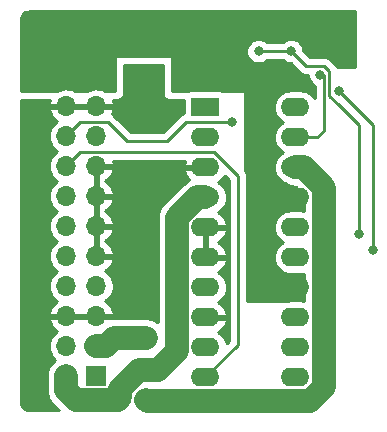
<source format=gbr>
%TF.GenerationSoftware,KiCad,Pcbnew,5.99.0-unknown-ad88874~101~ubuntu20.04.1*%
%TF.CreationDate,2020-05-19T21:35:34-04:00*%
%TF.ProjectId,L6205DIP,4c363230-3544-4495-902e-6b696361645f,rev?*%
%TF.SameCoordinates,Original*%
%TF.FileFunction,Copper,L2,Bot*%
%TF.FilePolarity,Positive*%
%FSLAX46Y46*%
G04 Gerber Fmt 4.6, Leading zero omitted, Abs format (unit mm)*
G04 Created by KiCad (PCBNEW 5.99.0-unknown-ad88874~101~ubuntu20.04.1) date 2020-05-19 21:35:34*
%MOMM*%
%LPD*%
G01*
G04 APERTURE LIST*
%TA.AperFunction,ComponentPad*%
%ADD10R,1.700000X1.700000*%
%TD*%
%TA.AperFunction,ComponentPad*%
%ADD11O,1.700000X1.700000*%
%TD*%
%TA.AperFunction,ComponentPad*%
%ADD12O,2.400000X1.600000*%
%TD*%
%TA.AperFunction,ComponentPad*%
%ADD13R,2.400000X1.600000*%
%TD*%
%TA.AperFunction,ComponentPad*%
%ADD14C,1.500000*%
%TD*%
%TA.AperFunction,ViaPad*%
%ADD15C,0.800000*%
%TD*%
%TA.AperFunction,Conductor*%
%ADD16C,2.000000*%
%TD*%
%TA.AperFunction,Conductor*%
%ADD17C,0.250000*%
%TD*%
%TA.AperFunction,Conductor*%
%ADD18C,0.254000*%
%TD*%
G04 APERTURE END LIST*
D10*
%TO.P,J1,1,Pin_1*%
%TO.N,/M1_B*%
X107000000Y-131500000D03*
D11*
%TO.P,J1,2,Pin_2*%
%TO.N,/M1_A*%
X104460000Y-131500000D03*
%TO.P,J1,3,Pin_3*%
%TO.N,/M2_B*%
X107000000Y-128960000D03*
%TO.P,J1,4,Pin_4*%
%TO.N,/M2_A*%
X104460000Y-128960000D03*
%TO.P,J1,5,Pin_5*%
%TO.N,GND*%
X107000000Y-126420000D03*
%TO.P,J1,6,Pin_6*%
X104460000Y-126420000D03*
%TO.P,J1,7,Pin_7*%
%TO.N,N/C*%
X107000000Y-123880000D03*
%TO.P,J1,8,Pin_8*%
%TO.N,/IN1_A*%
X104460000Y-123880000D03*
%TO.P,J1,9,Pin_9*%
%TO.N,GND*%
X107000000Y-121340000D03*
%TO.P,J1,10,Pin_10*%
%TO.N,/IN2_A*%
X104460000Y-121340000D03*
%TO.P,J1,11,Pin_11*%
%TO.N,GND*%
X107000000Y-118800000D03*
%TO.P,J1,12,Pin_12*%
%TO.N,/ENA_A*%
X104460000Y-118800000D03*
%TO.P,J1,13,Pin_13*%
%TO.N,GND*%
X107000000Y-116260000D03*
%TO.P,J1,14,Pin_14*%
%TO.N,/IN1_B*%
X104460000Y-116260000D03*
%TO.P,J1,15,Pin_15*%
%TO.N,GND*%
X107000000Y-113720000D03*
%TO.P,J1,16,Pin_16*%
%TO.N,/IN2_B*%
X104460000Y-113720000D03*
%TO.P,J1,17,Pin_17*%
%TO.N,GND*%
X107000000Y-111180000D03*
%TO.P,J1,18,Pin_18*%
%TO.N,/ENA_B*%
X104460000Y-111180000D03*
%TO.P,J1,19,Pin_19*%
%TO.N,GND*%
X107000000Y-108640000D03*
%TO.P,J1,20,Pin_20*%
X104460000Y-108640000D03*
%TO.P,J1,21,Pin_21*%
%TO.N,+12V*%
X107000000Y-106100000D03*
%TO.P,J1,22,Pin_22*%
X104460000Y-106100000D03*
%TO.P,J1,23,Pin_23*%
X107000000Y-103560000D03*
%TO.P,J1,24,Pin_24*%
X104460000Y-103560000D03*
%TD*%
D12*
%TO.P,U1,20,EN*%
%TO.N,Net-(C1-Pad1)*%
X123870000Y-108750000D03*
%TO.P,U1,10,IN2*%
%TO.N,/IN2_B*%
X116250000Y-131610000D03*
%TO.P,U1,19,VCP*%
%TO.N,/VCP*%
X123870000Y-111290000D03*
%TO.P,U1,9,IN1*%
%TO.N,/IN1_B*%
X116250000Y-129070000D03*
%TO.P,U1,18,OUT2*%
%TO.N,/M2_A*%
X123870000Y-113830000D03*
%TO.P,U1,8,SNS*%
%TO.N,GND*%
X116250000Y-126530000D03*
%TO.P,U1,17,VS*%
%TO.N,+12V*%
X123870000Y-116370000D03*
%TO.P,U1,7,OUT1*%
%TO.N,/M1_B*%
X116250000Y-123990000D03*
%TO.P,U1,16,GND*%
%TO.N,GND*%
X123870000Y-118910000D03*
%TO.P,U1,6,GND*%
X116250000Y-121450000D03*
%TO.P,U1,15,GND*%
X123870000Y-121450000D03*
%TO.P,U1,5,GND*%
X116250000Y-118910000D03*
%TO.P,U1,14,VS*%
%TO.N,+12V*%
X123870000Y-123990000D03*
%TO.P,U1,4,OUT1*%
%TO.N,/M1_A*%
X116250000Y-116370000D03*
%TO.P,U1,13,OUT2*%
%TO.N,/M2_B*%
X123870000Y-126530000D03*
%TO.P,U1,3,SNS*%
%TO.N,GND*%
X116250000Y-113830000D03*
%TO.P,U1,12,VBOOT*%
%TO.N,/VBOOT*%
X123870000Y-129070000D03*
%TO.P,U1,2,IN2*%
%TO.N,/IN2_A*%
X116250000Y-111290000D03*
%TO.P,U1,11,EN*%
%TO.N,Net-(C2-Pad1)*%
X123870000Y-131610000D03*
D13*
%TO.P,U1,1,IN1*%
%TO.N,/IN1_A*%
X116250000Y-108750000D03*
%TD*%
D14*
%TO.P,M1,1,Pin_1*%
%TO.N,/M2_A*%
X111250000Y-133500000D03*
%TD*%
%TO.P,M2,1,Pin_1*%
%TO.N,/M2_B*%
X111250000Y-128250000D03*
%TD*%
D15*
%TO.N,/ENA_B*%
X130434314Y-120815686D03*
X127592157Y-107407843D03*
%TO.N,/VBOOT*%
X120750000Y-104000000D03*
X123500000Y-104000000D03*
%TO.N,GND*%
X112250000Y-106000000D03*
X109750000Y-106000000D03*
X111000000Y-110400000D03*
%TO.N,/VCP*%
X125987500Y-106000000D03*
%TO.N,/VBOOT*%
X129250000Y-119500000D03*
%TO.N,/ENA_B*%
X118500000Y-110000000D03*
%TO.N,+12V*%
X127000000Y-101250000D03*
X127000000Y-103000000D03*
%TD*%
D16*
%TO.N,/M2_B*%
X107000000Y-128960000D02*
X107790000Y-128960000D01*
X107790000Y-128960000D02*
X108500000Y-128250000D01*
X108500000Y-128250000D02*
X111250000Y-128250000D01*
%TO.N,/M1_A*%
X113849990Y-127900010D02*
X113849990Y-118081569D01*
X113849990Y-129400010D02*
X112250000Y-131000000D01*
X113849990Y-127900010D02*
X113849990Y-129400010D01*
X113849990Y-118081569D02*
X115561559Y-116370000D01*
X115561559Y-116370000D02*
X116250000Y-116370000D01*
X110638718Y-131000000D02*
X112250000Y-131000000D01*
X106699999Y-133550001D02*
X108810001Y-133550001D01*
X105307920Y-133550001D02*
X106699999Y-133550001D01*
X108810001Y-133550001D02*
X109049992Y-133310010D01*
X109049992Y-132588726D02*
X110638718Y-131000000D01*
X109049992Y-133310010D02*
X109049992Y-132588726D01*
D17*
%TO.N,/ENA_B*%
X130434314Y-110250000D02*
X130434314Y-120815686D01*
X127592157Y-107407843D02*
X130434314Y-110250000D01*
%TO.N,/VBOOT*%
X127500000Y-108500000D02*
X126750000Y-107750000D01*
X129250000Y-119500000D02*
X129250000Y-110250000D01*
X129250000Y-110250000D02*
X127500000Y-108500000D01*
X126750000Y-107750000D02*
X126750000Y-105689498D01*
X126250000Y-105250000D02*
X124750000Y-105250000D01*
X126750000Y-105689498D02*
X126310502Y-105250000D01*
X126310502Y-105250000D02*
X126250000Y-105250000D01*
X123500000Y-104000000D02*
X120750000Y-104000000D01*
X124750000Y-105250000D02*
X123500000Y-104000000D01*
%TO.N,/ENA_B*%
X114595001Y-110004999D02*
X113000000Y-111600000D01*
X109590002Y-111600000D02*
X107995001Y-110004999D01*
X115804999Y-110004999D02*
X118495001Y-110004999D01*
X105635001Y-110004999D02*
X107995001Y-110004999D01*
X115804999Y-110004999D02*
X114595001Y-110004999D01*
X113000000Y-111600000D02*
X109590002Y-111600000D01*
%TO.N,/IN2_B*%
X117205502Y-112794498D02*
X119000000Y-114588996D01*
X117115994Y-112704990D02*
X117205502Y-112794498D01*
X117205502Y-112794498D02*
X116956003Y-112544999D01*
X116956003Y-112544999D02*
X105635001Y-112544999D01*
X105635001Y-112544999D02*
X104460000Y-113720000D01*
%TO.N,/VCP*%
X126250000Y-106000000D02*
X126250000Y-107000000D01*
%TO.N,/ENA_B*%
X118495001Y-110004999D02*
X118500000Y-110000000D01*
X104460000Y-111180000D02*
X105635001Y-110004999D01*
%TO.N,/VCP*%
X125710000Y-111290000D02*
X126250000Y-110750000D01*
X123870000Y-111290000D02*
X125710000Y-111290000D01*
X126250000Y-110750000D02*
X126250000Y-107000000D01*
%TO.N,/IN2_B*%
X119000000Y-114588996D02*
X119000000Y-128860000D01*
X119000000Y-128860000D02*
X116250000Y-131610000D01*
D16*
%TO.N,/M2_A*%
X111361288Y-133611288D02*
X111250000Y-133500000D01*
X114111288Y-133611288D02*
X111361288Y-133611288D01*
X125097153Y-133611288D02*
X114111288Y-133611288D01*
X126270010Y-132438431D02*
X125097153Y-133611288D01*
X126270010Y-115541569D02*
X126270010Y-132438431D01*
X124558441Y-113830000D02*
X126270010Y-115541569D01*
X123870000Y-113830000D02*
X124558441Y-113830000D01*
%TO.N,/M1_A*%
X105307920Y-133550001D02*
X104460000Y-132702081D01*
X104460000Y-132702081D02*
X104460000Y-131500000D01*
%TD*%
%TO.N,GND*%
G36*
X112616000Y-107506754D02*
G01*
X112617444Y-107520184D01*
X112667183Y-107748832D01*
X112675813Y-107769666D01*
X112764953Y-107908371D01*
X112776756Y-107921992D01*
X112899652Y-108028483D01*
X112914815Y-108038227D01*
X113062735Y-108105779D01*
X113080028Y-108110857D01*
X113236522Y-108133358D01*
X113245500Y-108134000D01*
X114408163Y-108134000D01*
X114408163Y-109264105D01*
X114366824Y-109270652D01*
X114347963Y-109276781D01*
X114302880Y-109299752D01*
X114254755Y-109315389D01*
X114237083Y-109324393D01*
X114196145Y-109354137D01*
X114151067Y-109377105D01*
X114135022Y-109388762D01*
X114092230Y-109431555D01*
X112684786Y-110839000D01*
X109905217Y-110839000D01*
X108611413Y-109545197D01*
X108611408Y-109545190D01*
X108454981Y-109388763D01*
X108438935Y-109377105D01*
X108393848Y-109354132D01*
X108352917Y-109324393D01*
X108335245Y-109315388D01*
X108325784Y-109312314D01*
X108343256Y-109282294D01*
X108347825Y-109272650D01*
X108432272Y-109046787D01*
X108435151Y-109036511D01*
X108468943Y-108859370D01*
X108393356Y-108768000D01*
X107201809Y-108767999D01*
X107128000Y-108841808D01*
X107127999Y-109243999D01*
X106872001Y-109243999D01*
X106872001Y-108841809D01*
X106798192Y-108768000D01*
X105805809Y-108767999D01*
X105805808Y-108768000D01*
X104661808Y-108767999D01*
X104661807Y-108768000D01*
X103062272Y-108767999D01*
X102986602Y-108864852D01*
X103049221Y-109116005D01*
X103052669Y-109126104D01*
X103149591Y-109346900D01*
X103154692Y-109356275D01*
X103287430Y-109557584D01*
X103294038Y-109565965D01*
X103458798Y-109742032D01*
X103466722Y-109749180D01*
X103658792Y-109894968D01*
X103667808Y-109900679D01*
X103684166Y-109909194D01*
X103683032Y-109909882D01*
X103488199Y-110051957D01*
X103480138Y-110058952D01*
X103312029Y-110231822D01*
X103305263Y-110240074D01*
X103168683Y-110438798D01*
X103163403Y-110448073D01*
X103062260Y-110666968D01*
X103058618Y-110677000D01*
X102995802Y-110909807D01*
X102993903Y-110920309D01*
X102971211Y-111160372D01*
X102971109Y-111171043D01*
X102989188Y-111411497D01*
X102990885Y-111422034D01*
X103049221Y-111656005D01*
X103052669Y-111666104D01*
X103149591Y-111886900D01*
X103154692Y-111896275D01*
X103287430Y-112097584D01*
X103294038Y-112105965D01*
X103458798Y-112282032D01*
X103466722Y-112289180D01*
X103658792Y-112434968D01*
X103667808Y-112440679D01*
X103684166Y-112449194D01*
X103683032Y-112449882D01*
X103488199Y-112591957D01*
X103480138Y-112598952D01*
X103312029Y-112771822D01*
X103305263Y-112780074D01*
X103168683Y-112978798D01*
X103163403Y-112988073D01*
X103062260Y-113206968D01*
X103058618Y-113217000D01*
X102995802Y-113449807D01*
X102993903Y-113460309D01*
X102971211Y-113700372D01*
X102971109Y-113711043D01*
X102989188Y-113951497D01*
X102990885Y-113962034D01*
X103049221Y-114196005D01*
X103052669Y-114206104D01*
X103149591Y-114426900D01*
X103154692Y-114436275D01*
X103287430Y-114637584D01*
X103294038Y-114645965D01*
X103458798Y-114822032D01*
X103466722Y-114829180D01*
X103658792Y-114974968D01*
X103667808Y-114980679D01*
X103684166Y-114989194D01*
X103683032Y-114989882D01*
X103488199Y-115131957D01*
X103480138Y-115138952D01*
X103312029Y-115311822D01*
X103305263Y-115320074D01*
X103168683Y-115518798D01*
X103163403Y-115528073D01*
X103062260Y-115746968D01*
X103058618Y-115757000D01*
X102995802Y-115989807D01*
X102993903Y-116000309D01*
X102971211Y-116240372D01*
X102971109Y-116251043D01*
X102989188Y-116491497D01*
X102990885Y-116502034D01*
X103049221Y-116736005D01*
X103052669Y-116746104D01*
X103149591Y-116966900D01*
X103154692Y-116976275D01*
X103287430Y-117177584D01*
X103294038Y-117185965D01*
X103458798Y-117362032D01*
X103466722Y-117369180D01*
X103658792Y-117514968D01*
X103667808Y-117520679D01*
X103684166Y-117529194D01*
X103683032Y-117529882D01*
X103488199Y-117671957D01*
X103480138Y-117678952D01*
X103312029Y-117851822D01*
X103305263Y-117860074D01*
X103168683Y-118058798D01*
X103163403Y-118068073D01*
X103062260Y-118286968D01*
X103058618Y-118297000D01*
X102995802Y-118529807D01*
X102993903Y-118540309D01*
X102971211Y-118780372D01*
X102971109Y-118791043D01*
X102989188Y-119031497D01*
X102990885Y-119042034D01*
X103049221Y-119276005D01*
X103052669Y-119286104D01*
X103149591Y-119506900D01*
X103154692Y-119516275D01*
X103287430Y-119717584D01*
X103294038Y-119725965D01*
X103458798Y-119902032D01*
X103466722Y-119909180D01*
X103658792Y-120054968D01*
X103667808Y-120060679D01*
X103684166Y-120069194D01*
X103683032Y-120069882D01*
X103488199Y-120211957D01*
X103480138Y-120218952D01*
X103312029Y-120391822D01*
X103305263Y-120400074D01*
X103168683Y-120598798D01*
X103163403Y-120608073D01*
X103062260Y-120826968D01*
X103058618Y-120837000D01*
X102995802Y-121069807D01*
X102993903Y-121080309D01*
X102971211Y-121320372D01*
X102971109Y-121331043D01*
X102989188Y-121571497D01*
X102990885Y-121582034D01*
X103049221Y-121816005D01*
X103052669Y-121826104D01*
X103149591Y-122046900D01*
X103154692Y-122056275D01*
X103287430Y-122257584D01*
X103294038Y-122265965D01*
X103458798Y-122442032D01*
X103466722Y-122449180D01*
X103658792Y-122594968D01*
X103667808Y-122600679D01*
X103684166Y-122609194D01*
X103683032Y-122609882D01*
X103488199Y-122751957D01*
X103480138Y-122758952D01*
X103312029Y-122931822D01*
X103305263Y-122940074D01*
X103168683Y-123138798D01*
X103163403Y-123148073D01*
X103062260Y-123366968D01*
X103058618Y-123377000D01*
X102995802Y-123609807D01*
X102993903Y-123620309D01*
X102971211Y-123860372D01*
X102971109Y-123871043D01*
X102989188Y-124111497D01*
X102990885Y-124122034D01*
X103049221Y-124356005D01*
X103052669Y-124366104D01*
X103149591Y-124586900D01*
X103154692Y-124596275D01*
X103287430Y-124797584D01*
X103294038Y-124805965D01*
X103458798Y-124982032D01*
X103466722Y-124989180D01*
X103658792Y-125134968D01*
X103667808Y-125140679D01*
X103684166Y-125149194D01*
X103683032Y-125149882D01*
X103488199Y-125291957D01*
X103480138Y-125298952D01*
X103312029Y-125471822D01*
X103305263Y-125480074D01*
X103168683Y-125678798D01*
X103163403Y-125688073D01*
X103062260Y-125906968D01*
X103058619Y-125917000D01*
X102984085Y-126193233D01*
X103059734Y-126292000D01*
X104258192Y-126292001D01*
X104258193Y-126292000D01*
X105654191Y-126292001D01*
X105654192Y-126292000D01*
X106798192Y-126292001D01*
X106798193Y-126292000D01*
X108392863Y-126292001D01*
X108468373Y-126202488D01*
X108442499Y-126051114D01*
X108439817Y-126040784D01*
X108359723Y-125813343D01*
X108355339Y-125803612D01*
X108238067Y-125592916D01*
X108232107Y-125584064D01*
X108081013Y-125396140D01*
X108073647Y-125388417D01*
X107893049Y-125228638D01*
X107884486Y-125222267D01*
X107767888Y-125149973D01*
X107861330Y-125094491D01*
X107870012Y-125088286D01*
X108053645Y-124932004D01*
X108061158Y-124924424D01*
X108215833Y-124739435D01*
X108221962Y-124730698D01*
X108343256Y-124522294D01*
X108347825Y-124512650D01*
X108432272Y-124286787D01*
X108435151Y-124276511D01*
X108480392Y-124039351D01*
X108481507Y-124028128D01*
X108484077Y-123760341D01*
X108483178Y-123749099D01*
X108442499Y-123511114D01*
X108439817Y-123500784D01*
X108359723Y-123273343D01*
X108355339Y-123263612D01*
X108238067Y-123052916D01*
X108232107Y-123044064D01*
X108081013Y-122856140D01*
X108073647Y-122848417D01*
X107893049Y-122688638D01*
X107884486Y-122682267D01*
X107767888Y-122609973D01*
X107861330Y-122554491D01*
X107870012Y-122548286D01*
X108053645Y-122392004D01*
X108061158Y-122384424D01*
X108215833Y-122199435D01*
X108221962Y-122190698D01*
X108343256Y-121982294D01*
X108347825Y-121972650D01*
X108432272Y-121746787D01*
X108435151Y-121736511D01*
X108468943Y-121559370D01*
X108393356Y-121468000D01*
X107201808Y-121467999D01*
X107201807Y-121468000D01*
X106872000Y-121467999D01*
X106872001Y-120145809D01*
X106872000Y-120145808D01*
X106872000Y-119994191D01*
X107127999Y-119994191D01*
X107128000Y-119994192D01*
X107127999Y-121138191D01*
X107201808Y-121212000D01*
X108392863Y-121212001D01*
X108468373Y-121122488D01*
X108442499Y-120971114D01*
X108439817Y-120960784D01*
X108359723Y-120733343D01*
X108355339Y-120723612D01*
X108238067Y-120512916D01*
X108232107Y-120504064D01*
X108081013Y-120316140D01*
X108073647Y-120308417D01*
X107893049Y-120148638D01*
X107884486Y-120142267D01*
X107767888Y-120069973D01*
X107861330Y-120014491D01*
X107870012Y-120008286D01*
X108053645Y-119852004D01*
X108061158Y-119844424D01*
X108215833Y-119659435D01*
X108221962Y-119650698D01*
X108343256Y-119442294D01*
X108347825Y-119432650D01*
X108432272Y-119206787D01*
X108435151Y-119196511D01*
X108468943Y-119019370D01*
X108393356Y-118928000D01*
X107201809Y-118927999D01*
X107128000Y-119001808D01*
X107127999Y-119994191D01*
X106872000Y-119994191D01*
X106872001Y-119001808D01*
X106872000Y-119001807D01*
X106872001Y-117605809D01*
X106872000Y-117605808D01*
X106872000Y-117454191D01*
X107127999Y-117454191D01*
X107128000Y-117454192D01*
X107127999Y-118598191D01*
X107201808Y-118672000D01*
X108392863Y-118672001D01*
X108468373Y-118582488D01*
X108442499Y-118431114D01*
X108439817Y-118420784D01*
X108359723Y-118193343D01*
X108355339Y-118183612D01*
X108238067Y-117972916D01*
X108232107Y-117964064D01*
X108081013Y-117776140D01*
X108073647Y-117768417D01*
X107893049Y-117608638D01*
X107884486Y-117602267D01*
X107767888Y-117529973D01*
X107861330Y-117474491D01*
X107870012Y-117468286D01*
X108053645Y-117312004D01*
X108061158Y-117304424D01*
X108215833Y-117119435D01*
X108221962Y-117110698D01*
X108343256Y-116902294D01*
X108347825Y-116892650D01*
X108432272Y-116666787D01*
X108435151Y-116656511D01*
X108468943Y-116479370D01*
X108393356Y-116388000D01*
X107201809Y-116387999D01*
X107128000Y-116461808D01*
X107127999Y-117454191D01*
X106872000Y-117454191D01*
X106872001Y-116461808D01*
X106872000Y-116461807D01*
X106872001Y-115065809D01*
X106872000Y-115065808D01*
X106872000Y-114914191D01*
X107127999Y-114914191D01*
X107128000Y-114914192D01*
X107127999Y-116058191D01*
X107201808Y-116132000D01*
X108392863Y-116132001D01*
X108468373Y-116042488D01*
X108442499Y-115891114D01*
X108439817Y-115880784D01*
X108359723Y-115653343D01*
X108355339Y-115643612D01*
X108238067Y-115432916D01*
X108232107Y-115424064D01*
X108081013Y-115236140D01*
X108073647Y-115228417D01*
X107893049Y-115068638D01*
X107884486Y-115062267D01*
X107767888Y-114989973D01*
X107861330Y-114934491D01*
X107870012Y-114928286D01*
X108053645Y-114772004D01*
X108061158Y-114764424D01*
X108215833Y-114579435D01*
X108221962Y-114570698D01*
X108343256Y-114362294D01*
X108347825Y-114352650D01*
X108432272Y-114126787D01*
X108435151Y-114116511D01*
X108468943Y-113939370D01*
X108393356Y-113848000D01*
X107201809Y-113847999D01*
X107128000Y-113921808D01*
X107127999Y-114914191D01*
X106872000Y-114914191D01*
X106872001Y-113921808D01*
X106872000Y-113921807D01*
X106872001Y-113305999D01*
X107127999Y-113305999D01*
X107127999Y-113518191D01*
X107201808Y-113592000D01*
X108392863Y-113592001D01*
X108468373Y-113502488D01*
X108442499Y-113351114D01*
X108439817Y-113340784D01*
X108427567Y-113305999D01*
X114512102Y-113305999D01*
X114499667Y-113332665D01*
X114495904Y-113343004D01*
X114426129Y-113603408D01*
X114501782Y-113702000D01*
X116378000Y-113702000D01*
X116378000Y-113958000D01*
X114501782Y-113958000D01*
X114426129Y-114056592D01*
X114495904Y-114316996D01*
X114499667Y-114327335D01*
X114601042Y-114544734D01*
X114606543Y-114554262D01*
X114744129Y-114750755D01*
X114751202Y-114759183D01*
X114874420Y-114882401D01*
X114801042Y-114921417D01*
X114671521Y-114988555D01*
X114660835Y-114995548D01*
X114659333Y-114996765D01*
X114657306Y-114997842D01*
X114647037Y-115004665D01*
X114408002Y-115199616D01*
X114399256Y-115208300D01*
X114349684Y-115268223D01*
X112756242Y-116861665D01*
X112704633Y-116903160D01*
X112695828Y-116911783D01*
X112642132Y-116975774D01*
X112638298Y-116979608D01*
X112634161Y-116984171D01*
X112591121Y-117036569D01*
X112497558Y-117148070D01*
X112490595Y-117158240D01*
X112489412Y-117160392D01*
X112487856Y-117162286D01*
X112481001Y-117172527D01*
X112412230Y-117300784D01*
X112341998Y-117428538D01*
X112337143Y-117439864D01*
X112336399Y-117442209D01*
X112335241Y-117444369D01*
X112330506Y-117455745D01*
X112287950Y-117594942D01*
X112243810Y-117734089D01*
X112241199Y-117746588D01*
X112240996Y-117748519D01*
X112240325Y-117750714D01*
X112237888Y-117762797D01*
X112206715Y-118069670D01*
X112206672Y-118081995D01*
X112213991Y-118159421D01*
X112213990Y-126923152D01*
X112183499Y-126897567D01*
X112173329Y-126890604D01*
X111903031Y-126742007D01*
X111891702Y-126737151D01*
X111597480Y-126643819D01*
X111584985Y-126641208D01*
X111329401Y-126614345D01*
X111322811Y-126614000D01*
X108589201Y-126614000D01*
X108523371Y-126606848D01*
X108511046Y-126606719D01*
X108446597Y-126612357D01*
X108393356Y-126548000D01*
X107201808Y-126547999D01*
X107201807Y-126548000D01*
X105805809Y-126547999D01*
X105805808Y-126548000D01*
X104661808Y-126547999D01*
X104661807Y-126548000D01*
X103062272Y-126547999D01*
X102986602Y-126644852D01*
X103049221Y-126896005D01*
X103052669Y-126906104D01*
X103149591Y-127126900D01*
X103154692Y-127136275D01*
X103287430Y-127337584D01*
X103294038Y-127345965D01*
X103458798Y-127522032D01*
X103466722Y-127529180D01*
X103658792Y-127674968D01*
X103667808Y-127680679D01*
X103684166Y-127689194D01*
X103683032Y-127689882D01*
X103488199Y-127831957D01*
X103480138Y-127838952D01*
X103312029Y-128011822D01*
X103305263Y-128020074D01*
X103168683Y-128218798D01*
X103163403Y-128228073D01*
X103062260Y-128446968D01*
X103058618Y-128457000D01*
X102995802Y-128689807D01*
X102993903Y-128700309D01*
X102971211Y-128940372D01*
X102971109Y-128951043D01*
X102989188Y-129191497D01*
X102990885Y-129202034D01*
X103049221Y-129436005D01*
X103052669Y-129446104D01*
X103149591Y-129666900D01*
X103154692Y-129676275D01*
X103287430Y-129877584D01*
X103294038Y-129885965D01*
X103458798Y-130062032D01*
X103466722Y-130069180D01*
X103549979Y-130132375D01*
X103314643Y-130321591D01*
X103305838Y-130330214D01*
X103107568Y-130566501D01*
X103100605Y-130576671D01*
X102952007Y-130846969D01*
X102947151Y-130858297D01*
X102853819Y-131152520D01*
X102851208Y-131165015D01*
X102824345Y-131420599D01*
X102824000Y-131427189D01*
X102824000Y-132612887D01*
X102816849Y-132678711D01*
X102816720Y-132691034D01*
X102824000Y-132774249D01*
X102824000Y-132779671D01*
X102824301Y-132785823D01*
X102830908Y-132853214D01*
X102843603Y-132998313D01*
X102845871Y-133010430D01*
X102846554Y-133012781D01*
X102846793Y-133015218D01*
X102849187Y-133027310D01*
X102891265Y-133166676D01*
X102931925Y-133306631D01*
X102936502Y-133318074D01*
X102937634Y-133320258D01*
X102938341Y-133322599D01*
X102943037Y-133333993D01*
X103011417Y-133462597D01*
X103078555Y-133592118D01*
X103085548Y-133602804D01*
X103086765Y-133604306D01*
X103087842Y-133606333D01*
X103094665Y-133616602D01*
X103289616Y-133855638D01*
X103298300Y-133864383D01*
X103358222Y-133913955D01*
X103810266Y-134366000D01*
X101327735Y-134366000D01*
X101327699Y-134365991D01*
X101318477Y-134364415D01*
X101307389Y-134363359D01*
X101307011Y-134363324D01*
X101142292Y-134348624D01*
X101037988Y-134320088D01*
X100940383Y-134273534D01*
X100852566Y-134210431D01*
X100777313Y-134132775D01*
X100716997Y-134043016D01*
X100673534Y-133944005D01*
X100647110Y-133833940D01*
X100637179Y-133698712D01*
X100635889Y-133689840D01*
X100634000Y-133681213D01*
X100634000Y-108134000D01*
X103059708Y-108134000D01*
X103058619Y-108137000D01*
X102984085Y-108413233D01*
X103059734Y-108512000D01*
X104258192Y-108512001D01*
X104258193Y-108512000D01*
X105654191Y-108512001D01*
X105654192Y-108512000D01*
X106798192Y-108512001D01*
X106798193Y-108512000D01*
X108392863Y-108512001D01*
X108468373Y-108422488D01*
X108442499Y-108271114D01*
X108439817Y-108260784D01*
X108395170Y-108134000D01*
X108756754Y-108134000D01*
X108770184Y-108132556D01*
X108998832Y-108082817D01*
X109019666Y-108074187D01*
X109158371Y-107985047D01*
X109171992Y-107973244D01*
X109278483Y-107850348D01*
X109288227Y-107835185D01*
X109355779Y-107687265D01*
X109360857Y-107669972D01*
X109383358Y-107513478D01*
X109384000Y-107504500D01*
X109384000Y-105134000D01*
X112616000Y-105134000D01*
X112616000Y-107506754D01*
G37*
D18*
X112616000Y-107506754D02*
X112617444Y-107520184D01*
X112667183Y-107748832D01*
X112675813Y-107769666D01*
X112764953Y-107908371D01*
X112776756Y-107921992D01*
X112899652Y-108028483D01*
X112914815Y-108038227D01*
X113062735Y-108105779D01*
X113080028Y-108110857D01*
X113236522Y-108133358D01*
X113245500Y-108134000D01*
X114408163Y-108134000D01*
X114408163Y-109264105D01*
X114366824Y-109270652D01*
X114347963Y-109276781D01*
X114302880Y-109299752D01*
X114254755Y-109315389D01*
X114237083Y-109324393D01*
X114196145Y-109354137D01*
X114151067Y-109377105D01*
X114135022Y-109388762D01*
X114092230Y-109431555D01*
X112684786Y-110839000D01*
X109905217Y-110839000D01*
X108611413Y-109545197D01*
X108611408Y-109545190D01*
X108454981Y-109388763D01*
X108438935Y-109377105D01*
X108393848Y-109354132D01*
X108352917Y-109324393D01*
X108335245Y-109315388D01*
X108325784Y-109312314D01*
X108343256Y-109282294D01*
X108347825Y-109272650D01*
X108432272Y-109046787D01*
X108435151Y-109036511D01*
X108468943Y-108859370D01*
X108393356Y-108768000D01*
X107201809Y-108767999D01*
X107128000Y-108841808D01*
X107127999Y-109243999D01*
X106872001Y-109243999D01*
X106872001Y-108841809D01*
X106798192Y-108768000D01*
X105805809Y-108767999D01*
X105805808Y-108768000D01*
X104661808Y-108767999D01*
X104661807Y-108768000D01*
X103062272Y-108767999D01*
X102986602Y-108864852D01*
X103049221Y-109116005D01*
X103052669Y-109126104D01*
X103149591Y-109346900D01*
X103154692Y-109356275D01*
X103287430Y-109557584D01*
X103294038Y-109565965D01*
X103458798Y-109742032D01*
X103466722Y-109749180D01*
X103658792Y-109894968D01*
X103667808Y-109900679D01*
X103684166Y-109909194D01*
X103683032Y-109909882D01*
X103488199Y-110051957D01*
X103480138Y-110058952D01*
X103312029Y-110231822D01*
X103305263Y-110240074D01*
X103168683Y-110438798D01*
X103163403Y-110448073D01*
X103062260Y-110666968D01*
X103058618Y-110677000D01*
X102995802Y-110909807D01*
X102993903Y-110920309D01*
X102971211Y-111160372D01*
X102971109Y-111171043D01*
X102989188Y-111411497D01*
X102990885Y-111422034D01*
X103049221Y-111656005D01*
X103052669Y-111666104D01*
X103149591Y-111886900D01*
X103154692Y-111896275D01*
X103287430Y-112097584D01*
X103294038Y-112105965D01*
X103458798Y-112282032D01*
X103466722Y-112289180D01*
X103658792Y-112434968D01*
X103667808Y-112440679D01*
X103684166Y-112449194D01*
X103683032Y-112449882D01*
X103488199Y-112591957D01*
X103480138Y-112598952D01*
X103312029Y-112771822D01*
X103305263Y-112780074D01*
X103168683Y-112978798D01*
X103163403Y-112988073D01*
X103062260Y-113206968D01*
X103058618Y-113217000D01*
X102995802Y-113449807D01*
X102993903Y-113460309D01*
X102971211Y-113700372D01*
X102971109Y-113711043D01*
X102989188Y-113951497D01*
X102990885Y-113962034D01*
X103049221Y-114196005D01*
X103052669Y-114206104D01*
X103149591Y-114426900D01*
X103154692Y-114436275D01*
X103287430Y-114637584D01*
X103294038Y-114645965D01*
X103458798Y-114822032D01*
X103466722Y-114829180D01*
X103658792Y-114974968D01*
X103667808Y-114980679D01*
X103684166Y-114989194D01*
X103683032Y-114989882D01*
X103488199Y-115131957D01*
X103480138Y-115138952D01*
X103312029Y-115311822D01*
X103305263Y-115320074D01*
X103168683Y-115518798D01*
X103163403Y-115528073D01*
X103062260Y-115746968D01*
X103058618Y-115757000D01*
X102995802Y-115989807D01*
X102993903Y-116000309D01*
X102971211Y-116240372D01*
X102971109Y-116251043D01*
X102989188Y-116491497D01*
X102990885Y-116502034D01*
X103049221Y-116736005D01*
X103052669Y-116746104D01*
X103149591Y-116966900D01*
X103154692Y-116976275D01*
X103287430Y-117177584D01*
X103294038Y-117185965D01*
X103458798Y-117362032D01*
X103466722Y-117369180D01*
X103658792Y-117514968D01*
X103667808Y-117520679D01*
X103684166Y-117529194D01*
X103683032Y-117529882D01*
X103488199Y-117671957D01*
X103480138Y-117678952D01*
X103312029Y-117851822D01*
X103305263Y-117860074D01*
X103168683Y-118058798D01*
X103163403Y-118068073D01*
X103062260Y-118286968D01*
X103058618Y-118297000D01*
X102995802Y-118529807D01*
X102993903Y-118540309D01*
X102971211Y-118780372D01*
X102971109Y-118791043D01*
X102989188Y-119031497D01*
X102990885Y-119042034D01*
X103049221Y-119276005D01*
X103052669Y-119286104D01*
X103149591Y-119506900D01*
X103154692Y-119516275D01*
X103287430Y-119717584D01*
X103294038Y-119725965D01*
X103458798Y-119902032D01*
X103466722Y-119909180D01*
X103658792Y-120054968D01*
X103667808Y-120060679D01*
X103684166Y-120069194D01*
X103683032Y-120069882D01*
X103488199Y-120211957D01*
X103480138Y-120218952D01*
X103312029Y-120391822D01*
X103305263Y-120400074D01*
X103168683Y-120598798D01*
X103163403Y-120608073D01*
X103062260Y-120826968D01*
X103058618Y-120837000D01*
X102995802Y-121069807D01*
X102993903Y-121080309D01*
X102971211Y-121320372D01*
X102971109Y-121331043D01*
X102989188Y-121571497D01*
X102990885Y-121582034D01*
X103049221Y-121816005D01*
X103052669Y-121826104D01*
X103149591Y-122046900D01*
X103154692Y-122056275D01*
X103287430Y-122257584D01*
X103294038Y-122265965D01*
X103458798Y-122442032D01*
X103466722Y-122449180D01*
X103658792Y-122594968D01*
X103667808Y-122600679D01*
X103684166Y-122609194D01*
X103683032Y-122609882D01*
X103488199Y-122751957D01*
X103480138Y-122758952D01*
X103312029Y-122931822D01*
X103305263Y-122940074D01*
X103168683Y-123138798D01*
X103163403Y-123148073D01*
X103062260Y-123366968D01*
X103058618Y-123377000D01*
X102995802Y-123609807D01*
X102993903Y-123620309D01*
X102971211Y-123860372D01*
X102971109Y-123871043D01*
X102989188Y-124111497D01*
X102990885Y-124122034D01*
X103049221Y-124356005D01*
X103052669Y-124366104D01*
X103149591Y-124586900D01*
X103154692Y-124596275D01*
X103287430Y-124797584D01*
X103294038Y-124805965D01*
X103458798Y-124982032D01*
X103466722Y-124989180D01*
X103658792Y-125134968D01*
X103667808Y-125140679D01*
X103684166Y-125149194D01*
X103683032Y-125149882D01*
X103488199Y-125291957D01*
X103480138Y-125298952D01*
X103312029Y-125471822D01*
X103305263Y-125480074D01*
X103168683Y-125678798D01*
X103163403Y-125688073D01*
X103062260Y-125906968D01*
X103058619Y-125917000D01*
X102984085Y-126193233D01*
X103059734Y-126292000D01*
X104258192Y-126292001D01*
X104258193Y-126292000D01*
X105654191Y-126292001D01*
X105654192Y-126292000D01*
X106798192Y-126292001D01*
X106798193Y-126292000D01*
X108392863Y-126292001D01*
X108468373Y-126202488D01*
X108442499Y-126051114D01*
X108439817Y-126040784D01*
X108359723Y-125813343D01*
X108355339Y-125803612D01*
X108238067Y-125592916D01*
X108232107Y-125584064D01*
X108081013Y-125396140D01*
X108073647Y-125388417D01*
X107893049Y-125228638D01*
X107884486Y-125222267D01*
X107767888Y-125149973D01*
X107861330Y-125094491D01*
X107870012Y-125088286D01*
X108053645Y-124932004D01*
X108061158Y-124924424D01*
X108215833Y-124739435D01*
X108221962Y-124730698D01*
X108343256Y-124522294D01*
X108347825Y-124512650D01*
X108432272Y-124286787D01*
X108435151Y-124276511D01*
X108480392Y-124039351D01*
X108481507Y-124028128D01*
X108484077Y-123760341D01*
X108483178Y-123749099D01*
X108442499Y-123511114D01*
X108439817Y-123500784D01*
X108359723Y-123273343D01*
X108355339Y-123263612D01*
X108238067Y-123052916D01*
X108232107Y-123044064D01*
X108081013Y-122856140D01*
X108073647Y-122848417D01*
X107893049Y-122688638D01*
X107884486Y-122682267D01*
X107767888Y-122609973D01*
X107861330Y-122554491D01*
X107870012Y-122548286D01*
X108053645Y-122392004D01*
X108061158Y-122384424D01*
X108215833Y-122199435D01*
X108221962Y-122190698D01*
X108343256Y-121982294D01*
X108347825Y-121972650D01*
X108432272Y-121746787D01*
X108435151Y-121736511D01*
X108468943Y-121559370D01*
X108393356Y-121468000D01*
X107201808Y-121467999D01*
X107201807Y-121468000D01*
X106872000Y-121467999D01*
X106872001Y-120145809D01*
X106872000Y-120145808D01*
X106872000Y-119994191D01*
X107127999Y-119994191D01*
X107128000Y-119994192D01*
X107127999Y-121138191D01*
X107201808Y-121212000D01*
X108392863Y-121212001D01*
X108468373Y-121122488D01*
X108442499Y-120971114D01*
X108439817Y-120960784D01*
X108359723Y-120733343D01*
X108355339Y-120723612D01*
X108238067Y-120512916D01*
X108232107Y-120504064D01*
X108081013Y-120316140D01*
X108073647Y-120308417D01*
X107893049Y-120148638D01*
X107884486Y-120142267D01*
X107767888Y-120069973D01*
X107861330Y-120014491D01*
X107870012Y-120008286D01*
X108053645Y-119852004D01*
X108061158Y-119844424D01*
X108215833Y-119659435D01*
X108221962Y-119650698D01*
X108343256Y-119442294D01*
X108347825Y-119432650D01*
X108432272Y-119206787D01*
X108435151Y-119196511D01*
X108468943Y-119019370D01*
X108393356Y-118928000D01*
X107201809Y-118927999D01*
X107128000Y-119001808D01*
X107127999Y-119994191D01*
X106872000Y-119994191D01*
X106872001Y-119001808D01*
X106872000Y-119001807D01*
X106872001Y-117605809D01*
X106872000Y-117605808D01*
X106872000Y-117454191D01*
X107127999Y-117454191D01*
X107128000Y-117454192D01*
X107127999Y-118598191D01*
X107201808Y-118672000D01*
X108392863Y-118672001D01*
X108468373Y-118582488D01*
X108442499Y-118431114D01*
X108439817Y-118420784D01*
X108359723Y-118193343D01*
X108355339Y-118183612D01*
X108238067Y-117972916D01*
X108232107Y-117964064D01*
X108081013Y-117776140D01*
X108073647Y-117768417D01*
X107893049Y-117608638D01*
X107884486Y-117602267D01*
X107767888Y-117529973D01*
X107861330Y-117474491D01*
X107870012Y-117468286D01*
X108053645Y-117312004D01*
X108061158Y-117304424D01*
X108215833Y-117119435D01*
X108221962Y-117110698D01*
X108343256Y-116902294D01*
X108347825Y-116892650D01*
X108432272Y-116666787D01*
X108435151Y-116656511D01*
X108468943Y-116479370D01*
X108393356Y-116388000D01*
X107201809Y-116387999D01*
X107128000Y-116461808D01*
X107127999Y-117454191D01*
X106872000Y-117454191D01*
X106872001Y-116461808D01*
X106872000Y-116461807D01*
X106872001Y-115065809D01*
X106872000Y-115065808D01*
X106872000Y-114914191D01*
X107127999Y-114914191D01*
X107128000Y-114914192D01*
X107127999Y-116058191D01*
X107201808Y-116132000D01*
X108392863Y-116132001D01*
X108468373Y-116042488D01*
X108442499Y-115891114D01*
X108439817Y-115880784D01*
X108359723Y-115653343D01*
X108355339Y-115643612D01*
X108238067Y-115432916D01*
X108232107Y-115424064D01*
X108081013Y-115236140D01*
X108073647Y-115228417D01*
X107893049Y-115068638D01*
X107884486Y-115062267D01*
X107767888Y-114989973D01*
X107861330Y-114934491D01*
X107870012Y-114928286D01*
X108053645Y-114772004D01*
X108061158Y-114764424D01*
X108215833Y-114579435D01*
X108221962Y-114570698D01*
X108343256Y-114362294D01*
X108347825Y-114352650D01*
X108432272Y-114126787D01*
X108435151Y-114116511D01*
X108468943Y-113939370D01*
X108393356Y-113848000D01*
X107201809Y-113847999D01*
X107128000Y-113921808D01*
X107127999Y-114914191D01*
X106872000Y-114914191D01*
X106872001Y-113921808D01*
X106872000Y-113921807D01*
X106872001Y-113305999D01*
X107127999Y-113305999D01*
X107127999Y-113518191D01*
X107201808Y-113592000D01*
X108392863Y-113592001D01*
X108468373Y-113502488D01*
X108442499Y-113351114D01*
X108439817Y-113340784D01*
X108427567Y-113305999D01*
X114512102Y-113305999D01*
X114499667Y-113332665D01*
X114495904Y-113343004D01*
X114426129Y-113603408D01*
X114501782Y-113702000D01*
X116378000Y-113702000D01*
X116378000Y-113958000D01*
X114501782Y-113958000D01*
X114426129Y-114056592D01*
X114495904Y-114316996D01*
X114499667Y-114327335D01*
X114601042Y-114544734D01*
X114606543Y-114554262D01*
X114744129Y-114750755D01*
X114751202Y-114759183D01*
X114874420Y-114882401D01*
X114801042Y-114921417D01*
X114671521Y-114988555D01*
X114660835Y-114995548D01*
X114659333Y-114996765D01*
X114657306Y-114997842D01*
X114647037Y-115004665D01*
X114408002Y-115199616D01*
X114399256Y-115208300D01*
X114349684Y-115268223D01*
X112756242Y-116861665D01*
X112704633Y-116903160D01*
X112695828Y-116911783D01*
X112642132Y-116975774D01*
X112638298Y-116979608D01*
X112634161Y-116984171D01*
X112591121Y-117036569D01*
X112497558Y-117148070D01*
X112490595Y-117158240D01*
X112489412Y-117160392D01*
X112487856Y-117162286D01*
X112481001Y-117172527D01*
X112412230Y-117300784D01*
X112341998Y-117428538D01*
X112337143Y-117439864D01*
X112336399Y-117442209D01*
X112335241Y-117444369D01*
X112330506Y-117455745D01*
X112287950Y-117594942D01*
X112243810Y-117734089D01*
X112241199Y-117746588D01*
X112240996Y-117748519D01*
X112240325Y-117750714D01*
X112237888Y-117762797D01*
X112206715Y-118069670D01*
X112206672Y-118081995D01*
X112213991Y-118159421D01*
X112213990Y-126923152D01*
X112183499Y-126897567D01*
X112173329Y-126890604D01*
X111903031Y-126742007D01*
X111891702Y-126737151D01*
X111597480Y-126643819D01*
X111584985Y-126641208D01*
X111329401Y-126614345D01*
X111322811Y-126614000D01*
X108589201Y-126614000D01*
X108523371Y-126606848D01*
X108511046Y-126606719D01*
X108446597Y-126612357D01*
X108393356Y-126548000D01*
X107201808Y-126547999D01*
X107201807Y-126548000D01*
X105805809Y-126547999D01*
X105805808Y-126548000D01*
X104661808Y-126547999D01*
X104661807Y-126548000D01*
X103062272Y-126547999D01*
X102986602Y-126644852D01*
X103049221Y-126896005D01*
X103052669Y-126906104D01*
X103149591Y-127126900D01*
X103154692Y-127136275D01*
X103287430Y-127337584D01*
X103294038Y-127345965D01*
X103458798Y-127522032D01*
X103466722Y-127529180D01*
X103658792Y-127674968D01*
X103667808Y-127680679D01*
X103684166Y-127689194D01*
X103683032Y-127689882D01*
X103488199Y-127831957D01*
X103480138Y-127838952D01*
X103312029Y-128011822D01*
X103305263Y-128020074D01*
X103168683Y-128218798D01*
X103163403Y-128228073D01*
X103062260Y-128446968D01*
X103058618Y-128457000D01*
X102995802Y-128689807D01*
X102993903Y-128700309D01*
X102971211Y-128940372D01*
X102971109Y-128951043D01*
X102989188Y-129191497D01*
X102990885Y-129202034D01*
X103049221Y-129436005D01*
X103052669Y-129446104D01*
X103149591Y-129666900D01*
X103154692Y-129676275D01*
X103287430Y-129877584D01*
X103294038Y-129885965D01*
X103458798Y-130062032D01*
X103466722Y-130069180D01*
X103549979Y-130132375D01*
X103314643Y-130321591D01*
X103305838Y-130330214D01*
X103107568Y-130566501D01*
X103100605Y-130576671D01*
X102952007Y-130846969D01*
X102947151Y-130858297D01*
X102853819Y-131152520D01*
X102851208Y-131165015D01*
X102824345Y-131420599D01*
X102824000Y-131427189D01*
X102824000Y-132612887D01*
X102816849Y-132678711D01*
X102816720Y-132691034D01*
X102824000Y-132774249D01*
X102824000Y-132779671D01*
X102824301Y-132785823D01*
X102830908Y-132853214D01*
X102843603Y-132998313D01*
X102845871Y-133010430D01*
X102846554Y-133012781D01*
X102846793Y-133015218D01*
X102849187Y-133027310D01*
X102891265Y-133166676D01*
X102931925Y-133306631D01*
X102936502Y-133318074D01*
X102937634Y-133320258D01*
X102938341Y-133322599D01*
X102943037Y-133333993D01*
X103011417Y-133462597D01*
X103078555Y-133592118D01*
X103085548Y-133602804D01*
X103086765Y-133604306D01*
X103087842Y-133606333D01*
X103094665Y-133616602D01*
X103289616Y-133855638D01*
X103298300Y-133864383D01*
X103358222Y-133913955D01*
X103810266Y-134366000D01*
X101327735Y-134366000D01*
X101327699Y-134365991D01*
X101318477Y-134364415D01*
X101307389Y-134363359D01*
X101307011Y-134363324D01*
X101142292Y-134348624D01*
X101037988Y-134320088D01*
X100940383Y-134273534D01*
X100852566Y-134210431D01*
X100777313Y-134132775D01*
X100716997Y-134043016D01*
X100673534Y-133944005D01*
X100647110Y-133833940D01*
X100637179Y-133698712D01*
X100635889Y-133689840D01*
X100634000Y-133681213D01*
X100634000Y-108134000D01*
X103059708Y-108134000D01*
X103058619Y-108137000D01*
X102984085Y-108413233D01*
X103059734Y-108512000D01*
X104258192Y-108512001D01*
X104258193Y-108512000D01*
X105654191Y-108512001D01*
X105654192Y-108512000D01*
X106798192Y-108512001D01*
X106798193Y-108512000D01*
X108392863Y-108512001D01*
X108468373Y-108422488D01*
X108442499Y-108271114D01*
X108439817Y-108260784D01*
X108395170Y-108134000D01*
X108756754Y-108134000D01*
X108770184Y-108132556D01*
X108998832Y-108082817D01*
X109019666Y-108074187D01*
X109158371Y-107985047D01*
X109171992Y-107973244D01*
X109278483Y-107850348D01*
X109288227Y-107835185D01*
X109355779Y-107687265D01*
X109360857Y-107669972D01*
X109383358Y-107513478D01*
X109384000Y-107504500D01*
X109384000Y-105134000D01*
X112616000Y-105134000D01*
X112616000Y-107506754D01*
G36*
X118239000Y-114904213D02*
G01*
X118239001Y-128544783D01*
X118045660Y-128738124D01*
X118004096Y-128583004D01*
X118000333Y-128572665D01*
X117898958Y-128355266D01*
X117893457Y-128345738D01*
X117755871Y-128149245D01*
X117748798Y-128140817D01*
X117579183Y-127971202D01*
X117570755Y-127964129D01*
X117374262Y-127826543D01*
X117364734Y-127821042D01*
X117319609Y-127800000D01*
X117364734Y-127778958D01*
X117374262Y-127773457D01*
X117570755Y-127635871D01*
X117579183Y-127628798D01*
X117748798Y-127459183D01*
X117755871Y-127450755D01*
X117893457Y-127254262D01*
X117898958Y-127244734D01*
X118000333Y-127027335D01*
X118004096Y-127016996D01*
X118073871Y-126756592D01*
X117998218Y-126658000D01*
X116122000Y-126658000D01*
X116122000Y-126402000D01*
X117998218Y-126402000D01*
X118073871Y-126303408D01*
X118004096Y-126043004D01*
X118000333Y-126032665D01*
X117898958Y-125815266D01*
X117893457Y-125805738D01*
X117755871Y-125609245D01*
X117748798Y-125600817D01*
X117579183Y-125431202D01*
X117570755Y-125424129D01*
X117374262Y-125286543D01*
X117364734Y-125281042D01*
X117319609Y-125260000D01*
X117364734Y-125238958D01*
X117374262Y-125233457D01*
X117570755Y-125095871D01*
X117579183Y-125088798D01*
X117748798Y-124919183D01*
X117755871Y-124910755D01*
X117893457Y-124714262D01*
X117898958Y-124704734D01*
X118000333Y-124487335D01*
X118004096Y-124476996D01*
X118066180Y-124245296D01*
X118068090Y-124234461D01*
X118088996Y-123995501D01*
X118088996Y-123984499D01*
X118068090Y-123745539D01*
X118066180Y-123734704D01*
X118004096Y-123503004D01*
X118000333Y-123492665D01*
X117898958Y-123275266D01*
X117893457Y-123265738D01*
X117755871Y-123069245D01*
X117748798Y-123060817D01*
X117579183Y-122891202D01*
X117570755Y-122884129D01*
X117374262Y-122746543D01*
X117364734Y-122741042D01*
X117319609Y-122720000D01*
X117364734Y-122698958D01*
X117374262Y-122693457D01*
X117570755Y-122555871D01*
X117579183Y-122548798D01*
X117748798Y-122379183D01*
X117755871Y-122370755D01*
X117893457Y-122174262D01*
X117898958Y-122164734D01*
X118000333Y-121947335D01*
X118004096Y-121936996D01*
X118073871Y-121676592D01*
X117998218Y-121578000D01*
X116122000Y-121578000D01*
X116122000Y-119111809D01*
X116378000Y-119111809D01*
X116378000Y-121248191D01*
X116451809Y-121322000D01*
X117998218Y-121322000D01*
X118073871Y-121223408D01*
X118004096Y-120963004D01*
X118000333Y-120952665D01*
X117898958Y-120735266D01*
X117893457Y-120725738D01*
X117755871Y-120529245D01*
X117748798Y-120520817D01*
X117579183Y-120351202D01*
X117570755Y-120344129D01*
X117374262Y-120206543D01*
X117364734Y-120201042D01*
X117319609Y-120180000D01*
X117364734Y-120158958D01*
X117374262Y-120153457D01*
X117570755Y-120015871D01*
X117579183Y-120008798D01*
X117748798Y-119839183D01*
X117755871Y-119830755D01*
X117893457Y-119634262D01*
X117898958Y-119624734D01*
X118000333Y-119407335D01*
X118004096Y-119396996D01*
X118073871Y-119136592D01*
X117998218Y-119038000D01*
X116451809Y-119038000D01*
X116378000Y-119111809D01*
X116122000Y-119111809D01*
X116122000Y-118782000D01*
X117998218Y-118782000D01*
X118073871Y-118683408D01*
X118004096Y-118423004D01*
X118000333Y-118412665D01*
X117898958Y-118195266D01*
X117893457Y-118185738D01*
X117755871Y-117989245D01*
X117748798Y-117980817D01*
X117579183Y-117811202D01*
X117570755Y-117804129D01*
X117374262Y-117666543D01*
X117364734Y-117661042D01*
X117319609Y-117640000D01*
X117364734Y-117618958D01*
X117374262Y-117613456D01*
X117570755Y-117475871D01*
X117579183Y-117468798D01*
X117748798Y-117299183D01*
X117755871Y-117290755D01*
X117893457Y-117094262D01*
X117898958Y-117084734D01*
X118000333Y-116867335D01*
X118004096Y-116856996D01*
X118066180Y-116625296D01*
X118068090Y-116614461D01*
X118088996Y-116375501D01*
X118088996Y-116364499D01*
X118068090Y-116125539D01*
X118066180Y-116114704D01*
X118004096Y-115883004D01*
X118000333Y-115872665D01*
X117898958Y-115655266D01*
X117893457Y-115645738D01*
X117755871Y-115449245D01*
X117748798Y-115440817D01*
X117579183Y-115271202D01*
X117570755Y-115264129D01*
X117374262Y-115126543D01*
X117364734Y-115121042D01*
X117319609Y-115100000D01*
X117364734Y-115078958D01*
X117374262Y-115073457D01*
X117570755Y-114935871D01*
X117579183Y-114928798D01*
X117748798Y-114759183D01*
X117755871Y-114750755D01*
X117891642Y-114556854D01*
X118239000Y-114904213D01*
G37*
X118239000Y-114904213D02*
X118239001Y-128544783D01*
X118045660Y-128738124D01*
X118004096Y-128583004D01*
X118000333Y-128572665D01*
X117898958Y-128355266D01*
X117893457Y-128345738D01*
X117755871Y-128149245D01*
X117748798Y-128140817D01*
X117579183Y-127971202D01*
X117570755Y-127964129D01*
X117374262Y-127826543D01*
X117364734Y-127821042D01*
X117319609Y-127800000D01*
X117364734Y-127778958D01*
X117374262Y-127773457D01*
X117570755Y-127635871D01*
X117579183Y-127628798D01*
X117748798Y-127459183D01*
X117755871Y-127450755D01*
X117893457Y-127254262D01*
X117898958Y-127244734D01*
X118000333Y-127027335D01*
X118004096Y-127016996D01*
X118073871Y-126756592D01*
X117998218Y-126658000D01*
X116122000Y-126658000D01*
X116122000Y-126402000D01*
X117998218Y-126402000D01*
X118073871Y-126303408D01*
X118004096Y-126043004D01*
X118000333Y-126032665D01*
X117898958Y-125815266D01*
X117893457Y-125805738D01*
X117755871Y-125609245D01*
X117748798Y-125600817D01*
X117579183Y-125431202D01*
X117570755Y-125424129D01*
X117374262Y-125286543D01*
X117364734Y-125281042D01*
X117319609Y-125260000D01*
X117364734Y-125238958D01*
X117374262Y-125233457D01*
X117570755Y-125095871D01*
X117579183Y-125088798D01*
X117748798Y-124919183D01*
X117755871Y-124910755D01*
X117893457Y-124714262D01*
X117898958Y-124704734D01*
X118000333Y-124487335D01*
X118004096Y-124476996D01*
X118066180Y-124245296D01*
X118068090Y-124234461D01*
X118088996Y-123995501D01*
X118088996Y-123984499D01*
X118068090Y-123745539D01*
X118066180Y-123734704D01*
X118004096Y-123503004D01*
X118000333Y-123492665D01*
X117898958Y-123275266D01*
X117893457Y-123265738D01*
X117755871Y-123069245D01*
X117748798Y-123060817D01*
X117579183Y-122891202D01*
X117570755Y-122884129D01*
X117374262Y-122746543D01*
X117364734Y-122741042D01*
X117319609Y-122720000D01*
X117364734Y-122698958D01*
X117374262Y-122693457D01*
X117570755Y-122555871D01*
X117579183Y-122548798D01*
X117748798Y-122379183D01*
X117755871Y-122370755D01*
X117893457Y-122174262D01*
X117898958Y-122164734D01*
X118000333Y-121947335D01*
X118004096Y-121936996D01*
X118073871Y-121676592D01*
X117998218Y-121578000D01*
X116122000Y-121578000D01*
X116122000Y-119111809D01*
X116378000Y-119111809D01*
X116378000Y-121248191D01*
X116451809Y-121322000D01*
X117998218Y-121322000D01*
X118073871Y-121223408D01*
X118004096Y-120963004D01*
X118000333Y-120952665D01*
X117898958Y-120735266D01*
X117893457Y-120725738D01*
X117755871Y-120529245D01*
X117748798Y-120520817D01*
X117579183Y-120351202D01*
X117570755Y-120344129D01*
X117374262Y-120206543D01*
X117364734Y-120201042D01*
X117319609Y-120180000D01*
X117364734Y-120158958D01*
X117374262Y-120153457D01*
X117570755Y-120015871D01*
X117579183Y-120008798D01*
X117748798Y-119839183D01*
X117755871Y-119830755D01*
X117893457Y-119634262D01*
X117898958Y-119624734D01*
X118000333Y-119407335D01*
X118004096Y-119396996D01*
X118073871Y-119136592D01*
X117998218Y-119038000D01*
X116451809Y-119038000D01*
X116378000Y-119111809D01*
X116122000Y-119111809D01*
X116122000Y-118782000D01*
X117998218Y-118782000D01*
X118073871Y-118683408D01*
X118004096Y-118423004D01*
X118000333Y-118412665D01*
X117898958Y-118195266D01*
X117893457Y-118185738D01*
X117755871Y-117989245D01*
X117748798Y-117980817D01*
X117579183Y-117811202D01*
X117570755Y-117804129D01*
X117374262Y-117666543D01*
X117364734Y-117661042D01*
X117319609Y-117640000D01*
X117364734Y-117618958D01*
X117374262Y-117613456D01*
X117570755Y-117475871D01*
X117579183Y-117468798D01*
X117748798Y-117299183D01*
X117755871Y-117290755D01*
X117893457Y-117094262D01*
X117898958Y-117084734D01*
X118000333Y-116867335D01*
X118004096Y-116856996D01*
X118066180Y-116625296D01*
X118068090Y-116614461D01*
X118088996Y-116375501D01*
X118088996Y-116364499D01*
X118068090Y-116125539D01*
X118066180Y-116114704D01*
X118004096Y-115883004D01*
X118000333Y-115872665D01*
X117898958Y-115655266D01*
X117893457Y-115645738D01*
X117755871Y-115449245D01*
X117748798Y-115440817D01*
X117579183Y-115271202D01*
X117570755Y-115264129D01*
X117374262Y-115126543D01*
X117364734Y-115121042D01*
X117319609Y-115100000D01*
X117364734Y-115078958D01*
X117374262Y-115073457D01*
X117570755Y-114935871D01*
X117579183Y-114928798D01*
X117748798Y-114759183D01*
X117755871Y-114750755D01*
X117891642Y-114556854D01*
X118239000Y-114904213D01*
G36*
X107127999Y-110978192D02*
G01*
X107128000Y-110978193D01*
X107127999Y-111783999D01*
X106872001Y-111783999D01*
X106872001Y-111381808D01*
X106872000Y-111381807D01*
X106872001Y-110765999D01*
X107127999Y-110765999D01*
X107127999Y-110978192D01*
G37*
X107127999Y-110978192D02*
X107128000Y-110978193D01*
X107127999Y-111783999D01*
X106872001Y-111783999D01*
X106872001Y-111381808D01*
X106872000Y-111381807D01*
X106872001Y-110765999D01*
X107127999Y-110765999D01*
X107127999Y-110978192D01*
%TO.N,+12V*%
G36*
X128874000Y-105374000D02*
G01*
X127447651Y-105374000D01*
X127439610Y-105349252D01*
X127430606Y-105331580D01*
X127400862Y-105290642D01*
X127377894Y-105245564D01*
X127366237Y-105229519D01*
X127216991Y-105080274D01*
X126926914Y-104790198D01*
X126926909Y-104790191D01*
X126770482Y-104633764D01*
X126754436Y-104622106D01*
X126709349Y-104599133D01*
X126668418Y-104569394D01*
X126650746Y-104560389D01*
X126602628Y-104544755D01*
X126557541Y-104521782D01*
X126538678Y-104515653D01*
X126488695Y-104507737D01*
X126440580Y-104492103D01*
X126420991Y-104489001D01*
X126365693Y-104489001D01*
X126365681Y-104489000D01*
X125065216Y-104489000D01*
X124536000Y-103959785D01*
X124536000Y-103871938D01*
X124533844Y-103855562D01*
X124467554Y-103608165D01*
X124461233Y-103592905D01*
X124333171Y-103371095D01*
X124323116Y-103357991D01*
X124142009Y-103176884D01*
X124128905Y-103166829D01*
X123907095Y-103038767D01*
X123891835Y-103032446D01*
X123644438Y-102966156D01*
X123628062Y-102964000D01*
X123371938Y-102964000D01*
X123355562Y-102966156D01*
X123108165Y-103032446D01*
X123092905Y-103038767D01*
X122871095Y-103166829D01*
X122857991Y-103176884D01*
X122795876Y-103239000D01*
X121454124Y-103239000D01*
X121392009Y-103176884D01*
X121378905Y-103166829D01*
X121157095Y-103038767D01*
X121141835Y-103032446D01*
X120894438Y-102966156D01*
X120878062Y-102964000D01*
X120621938Y-102964000D01*
X120605562Y-102966156D01*
X120358165Y-103032446D01*
X120342905Y-103038767D01*
X120121095Y-103166829D01*
X120107991Y-103176884D01*
X119926884Y-103357991D01*
X119916829Y-103371095D01*
X119788767Y-103592905D01*
X119782446Y-103608165D01*
X119716156Y-103855562D01*
X119714000Y-103871938D01*
X119714000Y-104128062D01*
X119716156Y-104144438D01*
X119782446Y-104391835D01*
X119788767Y-104407095D01*
X119916829Y-104628905D01*
X119926884Y-104642009D01*
X120107991Y-104823116D01*
X120121095Y-104833171D01*
X120342905Y-104961233D01*
X120358165Y-104967554D01*
X120605562Y-105033844D01*
X120621938Y-105036000D01*
X120878062Y-105036000D01*
X120894438Y-105033844D01*
X121141835Y-104967554D01*
X121157095Y-104961233D01*
X121378905Y-104833171D01*
X121392009Y-104823116D01*
X121454124Y-104761000D01*
X122795876Y-104761000D01*
X122857991Y-104823116D01*
X122871095Y-104833171D01*
X123092905Y-104961233D01*
X123108165Y-104967554D01*
X123355562Y-105033844D01*
X123371938Y-105036000D01*
X123459785Y-105036000D01*
X124140775Y-105716991D01*
X124290021Y-105866237D01*
X124306066Y-105877894D01*
X124351144Y-105900862D01*
X124392082Y-105930606D01*
X124409754Y-105939610D01*
X124457879Y-105955247D01*
X124502962Y-105978218D01*
X124521823Y-105984347D01*
X124571808Y-105992264D01*
X124619922Y-106007897D01*
X124639510Y-106010999D01*
X124694809Y-106010999D01*
X124694821Y-106011000D01*
X124951500Y-106011000D01*
X124951500Y-106128062D01*
X124953656Y-106144438D01*
X125019946Y-106391835D01*
X125026267Y-106407095D01*
X125154329Y-106628905D01*
X125164384Y-106642009D01*
X125345491Y-106823116D01*
X125358595Y-106833171D01*
X125489001Y-106908461D01*
X125489001Y-107990811D01*
X125375871Y-107829245D01*
X125368798Y-107820817D01*
X125199183Y-107651202D01*
X125190755Y-107644129D01*
X124994262Y-107506543D01*
X124984734Y-107501042D01*
X124767335Y-107399667D01*
X124756996Y-107395904D01*
X124525296Y-107333820D01*
X124514461Y-107331910D01*
X124335348Y-107316240D01*
X124329854Y-107316000D01*
X123410146Y-107316000D01*
X123404652Y-107316240D01*
X123225539Y-107331910D01*
X123214704Y-107333820D01*
X122983004Y-107395904D01*
X122972665Y-107399667D01*
X122755266Y-107501042D01*
X122745738Y-107506543D01*
X122549245Y-107644129D01*
X122540817Y-107651202D01*
X122371202Y-107820817D01*
X122364129Y-107829245D01*
X122226543Y-108025738D01*
X122221042Y-108035266D01*
X122119667Y-108252665D01*
X122115904Y-108263004D01*
X122053820Y-108494704D01*
X122051910Y-108505539D01*
X122031004Y-108744499D01*
X122031004Y-108755501D01*
X122051910Y-108994461D01*
X122053820Y-109005296D01*
X122115904Y-109236996D01*
X122119667Y-109247335D01*
X122221042Y-109464734D01*
X122226543Y-109474262D01*
X122364129Y-109670755D01*
X122371202Y-109679183D01*
X122540817Y-109848798D01*
X122549245Y-109855871D01*
X122745738Y-109993457D01*
X122755266Y-109998958D01*
X122800391Y-110020000D01*
X122755266Y-110041042D01*
X122745738Y-110046543D01*
X122549245Y-110184129D01*
X122540817Y-110191202D01*
X122371202Y-110360817D01*
X122364129Y-110369245D01*
X122226543Y-110565738D01*
X122221042Y-110575266D01*
X122119667Y-110792665D01*
X122115904Y-110803004D01*
X122053820Y-111034704D01*
X122051910Y-111045539D01*
X122031004Y-111284499D01*
X122031004Y-111295501D01*
X122051910Y-111534461D01*
X122053820Y-111545296D01*
X122115904Y-111776996D01*
X122119667Y-111787335D01*
X122221042Y-112004734D01*
X122226543Y-112014262D01*
X122364129Y-112210755D01*
X122371202Y-112219183D01*
X122540817Y-112388798D01*
X122549245Y-112395871D01*
X122745738Y-112533457D01*
X122755266Y-112538958D01*
X122800391Y-112560000D01*
X122755266Y-112581042D01*
X122745738Y-112586544D01*
X122549245Y-112724129D01*
X122540817Y-112731202D01*
X122371202Y-112900817D01*
X122364129Y-112909245D01*
X122226543Y-113105738D01*
X122221042Y-113115266D01*
X122119667Y-113332665D01*
X122115904Y-113343004D01*
X122053820Y-113574704D01*
X122051910Y-113585539D01*
X122031004Y-113824499D01*
X122031004Y-113835501D01*
X122051910Y-114074461D01*
X122053820Y-114085296D01*
X122115904Y-114316996D01*
X122119667Y-114327335D01*
X122221042Y-114544734D01*
X122226543Y-114554262D01*
X122364129Y-114750755D01*
X122371202Y-114759183D01*
X122540817Y-114928798D01*
X122549245Y-114935871D01*
X122745738Y-115073457D01*
X122755266Y-115078958D01*
X122885633Y-115139750D01*
X122936502Y-115182433D01*
X122946671Y-115189396D01*
X123216969Y-115337993D01*
X123228298Y-115342849D01*
X123522520Y-115436181D01*
X123535015Y-115438792D01*
X123790599Y-115465655D01*
X123797189Y-115466000D01*
X123880789Y-115466000D01*
X124634010Y-116219221D01*
X124634010Y-117522950D01*
X124525296Y-117493820D01*
X124514461Y-117491910D01*
X124335348Y-117476240D01*
X124329854Y-117476000D01*
X123410146Y-117476000D01*
X123404652Y-117476240D01*
X123225539Y-117491910D01*
X123214704Y-117493820D01*
X122983004Y-117555904D01*
X122972665Y-117559667D01*
X122755266Y-117661042D01*
X122745738Y-117666543D01*
X122549245Y-117804129D01*
X122540817Y-117811202D01*
X122371202Y-117980817D01*
X122364129Y-117989245D01*
X122226543Y-118185738D01*
X122221042Y-118195266D01*
X122119667Y-118412665D01*
X122115904Y-118423004D01*
X122053820Y-118654704D01*
X122051910Y-118665539D01*
X122031004Y-118904499D01*
X122031004Y-118915501D01*
X122051910Y-119154461D01*
X122053820Y-119165296D01*
X122115904Y-119396996D01*
X122119667Y-119407335D01*
X122221042Y-119624734D01*
X122226543Y-119634262D01*
X122364129Y-119830755D01*
X122371202Y-119839183D01*
X122540817Y-120008798D01*
X122549245Y-120015871D01*
X122745738Y-120153457D01*
X122755266Y-120158958D01*
X122800391Y-120180000D01*
X122755266Y-120201042D01*
X122745738Y-120206543D01*
X122549245Y-120344129D01*
X122540817Y-120351202D01*
X122371202Y-120520817D01*
X122364129Y-120529245D01*
X122226543Y-120725738D01*
X122221042Y-120735266D01*
X122119667Y-120952665D01*
X122115904Y-120963004D01*
X122053820Y-121194704D01*
X122051910Y-121205539D01*
X122031004Y-121444499D01*
X122031004Y-121455501D01*
X122051910Y-121694461D01*
X122053820Y-121705296D01*
X122115904Y-121936996D01*
X122119667Y-121947335D01*
X122221042Y-122164734D01*
X122226543Y-122174262D01*
X122364129Y-122370755D01*
X122371202Y-122379183D01*
X122540817Y-122548798D01*
X122549245Y-122555871D01*
X122745738Y-122693457D01*
X122755266Y-122698958D01*
X122972665Y-122800333D01*
X122983004Y-122804096D01*
X123214704Y-122866180D01*
X123225539Y-122868090D01*
X123404652Y-122883760D01*
X123410146Y-122884000D01*
X124329854Y-122884000D01*
X124335348Y-122883760D01*
X124514461Y-122868090D01*
X124525296Y-122866180D01*
X124634010Y-122837050D01*
X124634011Y-125124000D01*
X124563288Y-125124000D01*
X124525296Y-125113820D01*
X124514461Y-125111910D01*
X124335348Y-125096240D01*
X124329854Y-125096000D01*
X123410146Y-125096000D01*
X123404652Y-125096240D01*
X123225539Y-125111910D01*
X123214704Y-125113820D01*
X123176712Y-125124000D01*
X119761000Y-125124000D01*
X119761000Y-114533817D01*
X119760999Y-114533805D01*
X119760999Y-114478505D01*
X119757897Y-114458916D01*
X119742263Y-114410801D01*
X119734346Y-114360819D01*
X119728218Y-114341957D01*
X119705245Y-114296869D01*
X119689610Y-114248750D01*
X119680606Y-114231080D01*
X119650866Y-114190146D01*
X119627893Y-114145061D01*
X119626000Y-114142455D01*
X119626000Y-107447809D01*
X119552191Y-107374000D01*
X117720339Y-107374000D01*
X117679880Y-107350641D01*
X117659163Y-107343100D01*
X117466462Y-107309122D01*
X117455501Y-107308163D01*
X115041742Y-107308163D01*
X115025366Y-107310319D01*
X114787704Y-107374000D01*
X113376000Y-107374000D01*
X113376000Y-104447809D01*
X113302191Y-104374000D01*
X108697809Y-104374000D01*
X108624000Y-104447809D01*
X108624000Y-107374000D01*
X107774382Y-107374000D01*
X107679549Y-107315202D01*
X107670036Y-107310365D01*
X107446619Y-107219645D01*
X107436427Y-107216480D01*
X107200919Y-107164700D01*
X107190340Y-107163298D01*
X106949475Y-107151939D01*
X106938809Y-107152339D01*
X106699474Y-107181727D01*
X106689030Y-107183918D01*
X106458068Y-107253210D01*
X106448142Y-107257130D01*
X106232155Y-107364346D01*
X106223031Y-107369883D01*
X106217385Y-107374000D01*
X105234382Y-107374000D01*
X105139549Y-107315202D01*
X105130036Y-107310365D01*
X104906619Y-107219645D01*
X104896427Y-107216480D01*
X104660919Y-107164700D01*
X104650340Y-107163298D01*
X104409475Y-107151939D01*
X104398809Y-107152339D01*
X104159474Y-107181727D01*
X104149030Y-107183918D01*
X103918068Y-107253210D01*
X103908142Y-107257130D01*
X103692155Y-107364346D01*
X103683031Y-107369883D01*
X103677385Y-107374000D01*
X100634000Y-107374000D01*
X100634000Y-101327731D01*
X100634008Y-101327699D01*
X100635584Y-101318478D01*
X100636641Y-101307391D01*
X100636676Y-101307012D01*
X100651376Y-101142290D01*
X100679911Y-101037987D01*
X100726465Y-100940385D01*
X100789569Y-100852566D01*
X100867225Y-100777314D01*
X100956985Y-100716997D01*
X101055995Y-100673534D01*
X101166060Y-100647110D01*
X101301288Y-100637179D01*
X101310160Y-100635889D01*
X101318787Y-100634000D01*
X128874000Y-100634000D01*
X128874000Y-105374000D01*
G37*
X128874000Y-105374000D02*
X127447651Y-105374000D01*
X127439610Y-105349252D01*
X127430606Y-105331580D01*
X127400862Y-105290642D01*
X127377894Y-105245564D01*
X127366237Y-105229519D01*
X127216991Y-105080274D01*
X126926914Y-104790198D01*
X126926909Y-104790191D01*
X126770482Y-104633764D01*
X126754436Y-104622106D01*
X126709349Y-104599133D01*
X126668418Y-104569394D01*
X126650746Y-104560389D01*
X126602628Y-104544755D01*
X126557541Y-104521782D01*
X126538678Y-104515653D01*
X126488695Y-104507737D01*
X126440580Y-104492103D01*
X126420991Y-104489001D01*
X126365693Y-104489001D01*
X126365681Y-104489000D01*
X125065216Y-104489000D01*
X124536000Y-103959785D01*
X124536000Y-103871938D01*
X124533844Y-103855562D01*
X124467554Y-103608165D01*
X124461233Y-103592905D01*
X124333171Y-103371095D01*
X124323116Y-103357991D01*
X124142009Y-103176884D01*
X124128905Y-103166829D01*
X123907095Y-103038767D01*
X123891835Y-103032446D01*
X123644438Y-102966156D01*
X123628062Y-102964000D01*
X123371938Y-102964000D01*
X123355562Y-102966156D01*
X123108165Y-103032446D01*
X123092905Y-103038767D01*
X122871095Y-103166829D01*
X122857991Y-103176884D01*
X122795876Y-103239000D01*
X121454124Y-103239000D01*
X121392009Y-103176884D01*
X121378905Y-103166829D01*
X121157095Y-103038767D01*
X121141835Y-103032446D01*
X120894438Y-102966156D01*
X120878062Y-102964000D01*
X120621938Y-102964000D01*
X120605562Y-102966156D01*
X120358165Y-103032446D01*
X120342905Y-103038767D01*
X120121095Y-103166829D01*
X120107991Y-103176884D01*
X119926884Y-103357991D01*
X119916829Y-103371095D01*
X119788767Y-103592905D01*
X119782446Y-103608165D01*
X119716156Y-103855562D01*
X119714000Y-103871938D01*
X119714000Y-104128062D01*
X119716156Y-104144438D01*
X119782446Y-104391835D01*
X119788767Y-104407095D01*
X119916829Y-104628905D01*
X119926884Y-104642009D01*
X120107991Y-104823116D01*
X120121095Y-104833171D01*
X120342905Y-104961233D01*
X120358165Y-104967554D01*
X120605562Y-105033844D01*
X120621938Y-105036000D01*
X120878062Y-105036000D01*
X120894438Y-105033844D01*
X121141835Y-104967554D01*
X121157095Y-104961233D01*
X121378905Y-104833171D01*
X121392009Y-104823116D01*
X121454124Y-104761000D01*
X122795876Y-104761000D01*
X122857991Y-104823116D01*
X122871095Y-104833171D01*
X123092905Y-104961233D01*
X123108165Y-104967554D01*
X123355562Y-105033844D01*
X123371938Y-105036000D01*
X123459785Y-105036000D01*
X124140775Y-105716991D01*
X124290021Y-105866237D01*
X124306066Y-105877894D01*
X124351144Y-105900862D01*
X124392082Y-105930606D01*
X124409754Y-105939610D01*
X124457879Y-105955247D01*
X124502962Y-105978218D01*
X124521823Y-105984347D01*
X124571808Y-105992264D01*
X124619922Y-106007897D01*
X124639510Y-106010999D01*
X124694809Y-106010999D01*
X124694821Y-106011000D01*
X124951500Y-106011000D01*
X124951500Y-106128062D01*
X124953656Y-106144438D01*
X125019946Y-106391835D01*
X125026267Y-106407095D01*
X125154329Y-106628905D01*
X125164384Y-106642009D01*
X125345491Y-106823116D01*
X125358595Y-106833171D01*
X125489001Y-106908461D01*
X125489001Y-107990811D01*
X125375871Y-107829245D01*
X125368798Y-107820817D01*
X125199183Y-107651202D01*
X125190755Y-107644129D01*
X124994262Y-107506543D01*
X124984734Y-107501042D01*
X124767335Y-107399667D01*
X124756996Y-107395904D01*
X124525296Y-107333820D01*
X124514461Y-107331910D01*
X124335348Y-107316240D01*
X124329854Y-107316000D01*
X123410146Y-107316000D01*
X123404652Y-107316240D01*
X123225539Y-107331910D01*
X123214704Y-107333820D01*
X122983004Y-107395904D01*
X122972665Y-107399667D01*
X122755266Y-107501042D01*
X122745738Y-107506543D01*
X122549245Y-107644129D01*
X122540817Y-107651202D01*
X122371202Y-107820817D01*
X122364129Y-107829245D01*
X122226543Y-108025738D01*
X122221042Y-108035266D01*
X122119667Y-108252665D01*
X122115904Y-108263004D01*
X122053820Y-108494704D01*
X122051910Y-108505539D01*
X122031004Y-108744499D01*
X122031004Y-108755501D01*
X122051910Y-108994461D01*
X122053820Y-109005296D01*
X122115904Y-109236996D01*
X122119667Y-109247335D01*
X122221042Y-109464734D01*
X122226543Y-109474262D01*
X122364129Y-109670755D01*
X122371202Y-109679183D01*
X122540817Y-109848798D01*
X122549245Y-109855871D01*
X122745738Y-109993457D01*
X122755266Y-109998958D01*
X122800391Y-110020000D01*
X122755266Y-110041042D01*
X122745738Y-110046543D01*
X122549245Y-110184129D01*
X122540817Y-110191202D01*
X122371202Y-110360817D01*
X122364129Y-110369245D01*
X122226543Y-110565738D01*
X122221042Y-110575266D01*
X122119667Y-110792665D01*
X122115904Y-110803004D01*
X122053820Y-111034704D01*
X122051910Y-111045539D01*
X122031004Y-111284499D01*
X122031004Y-111295501D01*
X122051910Y-111534461D01*
X122053820Y-111545296D01*
X122115904Y-111776996D01*
X122119667Y-111787335D01*
X122221042Y-112004734D01*
X122226543Y-112014262D01*
X122364129Y-112210755D01*
X122371202Y-112219183D01*
X122540817Y-112388798D01*
X122549245Y-112395871D01*
X122745738Y-112533457D01*
X122755266Y-112538958D01*
X122800391Y-112560000D01*
X122755266Y-112581042D01*
X122745738Y-112586544D01*
X122549245Y-112724129D01*
X122540817Y-112731202D01*
X122371202Y-112900817D01*
X122364129Y-112909245D01*
X122226543Y-113105738D01*
X122221042Y-113115266D01*
X122119667Y-113332665D01*
X122115904Y-113343004D01*
X122053820Y-113574704D01*
X122051910Y-113585539D01*
X122031004Y-113824499D01*
X122031004Y-113835501D01*
X122051910Y-114074461D01*
X122053820Y-114085296D01*
X122115904Y-114316996D01*
X122119667Y-114327335D01*
X122221042Y-114544734D01*
X122226543Y-114554262D01*
X122364129Y-114750755D01*
X122371202Y-114759183D01*
X122540817Y-114928798D01*
X122549245Y-114935871D01*
X122745738Y-115073457D01*
X122755266Y-115078958D01*
X122885633Y-115139750D01*
X122936502Y-115182433D01*
X122946671Y-115189396D01*
X123216969Y-115337993D01*
X123228298Y-115342849D01*
X123522520Y-115436181D01*
X123535015Y-115438792D01*
X123790599Y-115465655D01*
X123797189Y-115466000D01*
X123880789Y-115466000D01*
X124634010Y-116219221D01*
X124634010Y-117522950D01*
X124525296Y-117493820D01*
X124514461Y-117491910D01*
X124335348Y-117476240D01*
X124329854Y-117476000D01*
X123410146Y-117476000D01*
X123404652Y-117476240D01*
X123225539Y-117491910D01*
X123214704Y-117493820D01*
X122983004Y-117555904D01*
X122972665Y-117559667D01*
X122755266Y-117661042D01*
X122745738Y-117666543D01*
X122549245Y-117804129D01*
X122540817Y-117811202D01*
X122371202Y-117980817D01*
X122364129Y-117989245D01*
X122226543Y-118185738D01*
X122221042Y-118195266D01*
X122119667Y-118412665D01*
X122115904Y-118423004D01*
X122053820Y-118654704D01*
X122051910Y-118665539D01*
X122031004Y-118904499D01*
X122031004Y-118915501D01*
X122051910Y-119154461D01*
X122053820Y-119165296D01*
X122115904Y-119396996D01*
X122119667Y-119407335D01*
X122221042Y-119624734D01*
X122226543Y-119634262D01*
X122364129Y-119830755D01*
X122371202Y-119839183D01*
X122540817Y-120008798D01*
X122549245Y-120015871D01*
X122745738Y-120153457D01*
X122755266Y-120158958D01*
X122800391Y-120180000D01*
X122755266Y-120201042D01*
X122745738Y-120206543D01*
X122549245Y-120344129D01*
X122540817Y-120351202D01*
X122371202Y-120520817D01*
X122364129Y-120529245D01*
X122226543Y-120725738D01*
X122221042Y-120735266D01*
X122119667Y-120952665D01*
X122115904Y-120963004D01*
X122053820Y-121194704D01*
X122051910Y-121205539D01*
X122031004Y-121444499D01*
X122031004Y-121455501D01*
X122051910Y-121694461D01*
X122053820Y-121705296D01*
X122115904Y-121936996D01*
X122119667Y-121947335D01*
X122221042Y-122164734D01*
X122226543Y-122174262D01*
X122364129Y-122370755D01*
X122371202Y-122379183D01*
X122540817Y-122548798D01*
X122549245Y-122555871D01*
X122745738Y-122693457D01*
X122755266Y-122698958D01*
X122972665Y-122800333D01*
X122983004Y-122804096D01*
X123214704Y-122866180D01*
X123225539Y-122868090D01*
X123404652Y-122883760D01*
X123410146Y-122884000D01*
X124329854Y-122884000D01*
X124335348Y-122883760D01*
X124514461Y-122868090D01*
X124525296Y-122866180D01*
X124634010Y-122837050D01*
X124634011Y-125124000D01*
X124563288Y-125124000D01*
X124525296Y-125113820D01*
X124514461Y-125111910D01*
X124335348Y-125096240D01*
X124329854Y-125096000D01*
X123410146Y-125096000D01*
X123404652Y-125096240D01*
X123225539Y-125111910D01*
X123214704Y-125113820D01*
X123176712Y-125124000D01*
X119761000Y-125124000D01*
X119761000Y-114533817D01*
X119760999Y-114533805D01*
X119760999Y-114478505D01*
X119757897Y-114458916D01*
X119742263Y-114410801D01*
X119734346Y-114360819D01*
X119728218Y-114341957D01*
X119705245Y-114296869D01*
X119689610Y-114248750D01*
X119680606Y-114231080D01*
X119650866Y-114190146D01*
X119627893Y-114145061D01*
X119626000Y-114142455D01*
X119626000Y-107447809D01*
X119552191Y-107374000D01*
X117720339Y-107374000D01*
X117679880Y-107350641D01*
X117659163Y-107343100D01*
X117466462Y-107309122D01*
X117455501Y-107308163D01*
X115041742Y-107308163D01*
X115025366Y-107310319D01*
X114787704Y-107374000D01*
X113376000Y-107374000D01*
X113376000Y-104447809D01*
X113302191Y-104374000D01*
X108697809Y-104374000D01*
X108624000Y-104447809D01*
X108624000Y-107374000D01*
X107774382Y-107374000D01*
X107679549Y-107315202D01*
X107670036Y-107310365D01*
X107446619Y-107219645D01*
X107436427Y-107216480D01*
X107200919Y-107164700D01*
X107190340Y-107163298D01*
X106949475Y-107151939D01*
X106938809Y-107152339D01*
X106699474Y-107181727D01*
X106689030Y-107183918D01*
X106458068Y-107253210D01*
X106448142Y-107257130D01*
X106232155Y-107364346D01*
X106223031Y-107369883D01*
X106217385Y-107374000D01*
X105234382Y-107374000D01*
X105139549Y-107315202D01*
X105130036Y-107310365D01*
X104906619Y-107219645D01*
X104896427Y-107216480D01*
X104660919Y-107164700D01*
X104650340Y-107163298D01*
X104409475Y-107151939D01*
X104398809Y-107152339D01*
X104159474Y-107181727D01*
X104149030Y-107183918D01*
X103918068Y-107253210D01*
X103908142Y-107257130D01*
X103692155Y-107364346D01*
X103683031Y-107369883D01*
X103677385Y-107374000D01*
X100634000Y-107374000D01*
X100634000Y-101327731D01*
X100634008Y-101327699D01*
X100635584Y-101318478D01*
X100636641Y-101307391D01*
X100636676Y-101307012D01*
X100651376Y-101142290D01*
X100679911Y-101037987D01*
X100726465Y-100940385D01*
X100789569Y-100852566D01*
X100867225Y-100777314D01*
X100956985Y-100716997D01*
X101055995Y-100673534D01*
X101166060Y-100647110D01*
X101301288Y-100637179D01*
X101310160Y-100635889D01*
X101318787Y-100634000D01*
X128874000Y-100634000D01*
X128874000Y-105374000D01*
%TD*%
M02*

</source>
